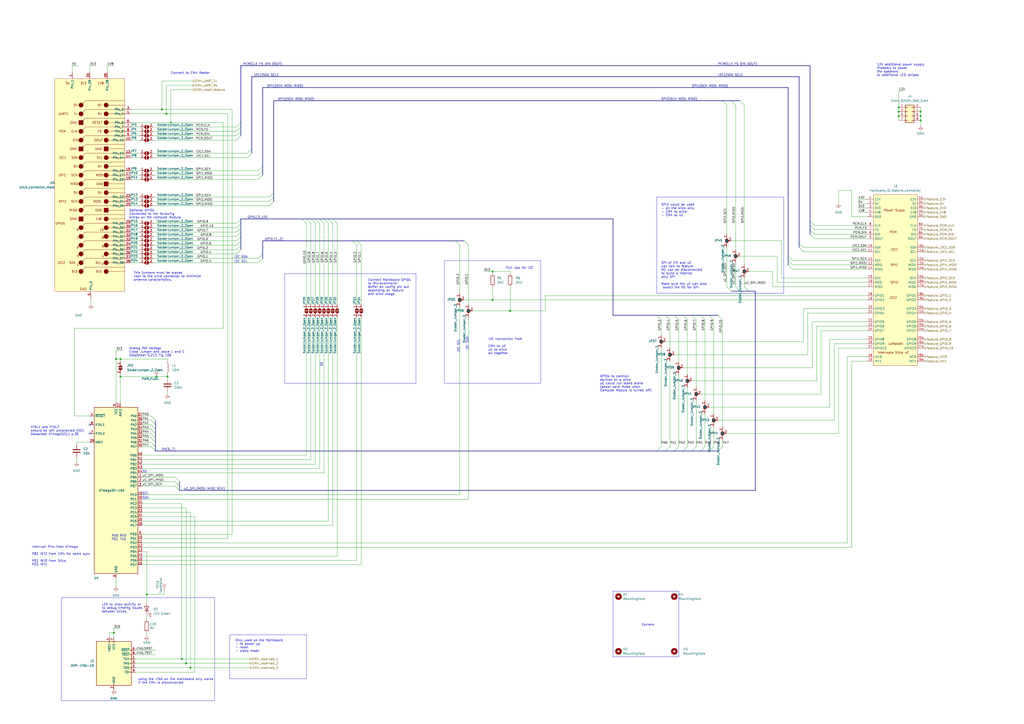
<source format=kicad_sch>
(kicad_sch (version 20230121) (generator eeschema)
  (paper "A2")
  (title_block (title "Hardware ID Config Multiplex") (date "2021-11-23") (rev "v1") (company "SEEMOO") (comment 1 "FreeSpeeker"))
  (junction (at 285.75 157.48))
  (junction (at 285.75 173.99))
  (junction (at 521.335 64.77))
  (junction (at 96.52 66.04))
  (junction (at 69.85 218.44))
  (junction (at 521.335 67.31))
  (junction (at 107.95 384.81))
  (junction (at 105.41 382.27))
  (junction (at 85.09 344.805))
  (junction (at 295.91 180.34))
  (junction (at 110.49 387.35))
  (junction (at 534.035 67.31))
  (junction (at 534.035 64.77))
  (junction (at 93.98 63.5))
  (junction (at 67.31 208.28))
  (junction (at 534.035 69.85))
  (junction (at 90.805 218.44))
  (junction (at 521.335 62.23))
  (junction (at 97.155 218.44))
  (junction (at 99.06 71.12))
  (junction (at 69.85 208.28))
  (junction (at 66.04 367.03))
  (no_connect (at 52.07 246.38))
  (no_connect (at 52.07 251.46))
  (bus_entry (at 269.24 139.7) (size 2.54 2.54))
  (bus_entry (at 90.17 243.84) (size -2.54 -2.54))
  (bus_entry (at 149.86 99.06) (size 2.54 -2.54))
  (bus_entry (at 396.24 182.88) (size 2.54 2.54))
  (bus_entry (at 185.42 127) (size 2.54 2.54))
  (bus_entry (at 87.63 246.38) (size 2.54 2.54))
  (bus_entry (at 87.63 248.92) (size 2.54 2.54))
  (bus_entry (at 87.63 251.46) (size 2.54 2.54))
  (bus_entry (at 87.63 254) (size 2.54 2.54))
  (bus_entry (at 87.63 256.54) (size 2.54 2.54))
  (bus_entry (at 87.63 259.08) (size 2.54 2.54))
  (bus_entry (at 175.26 127) (size 2.54 2.54))
  (bus_entry (at 143.51 88.9) (size 2.54 -2.54))
  (bus_entry (at 137.16 134.62) (size 2.54 -2.54))
  (bus_entry (at 137.16 132.08) (size 2.54 -2.54))
  (bus_entry (at 137.16 129.54) (size 2.54 -2.54))
  (bus_entry (at 137.16 142.24) (size 2.54 -2.54))
  (bus_entry (at 137.16 139.7) (size 2.54 -2.54))
  (bus_entry (at 137.16 137.16) (size 2.54 -2.54))
  (bus_entry (at 156.21 114.3) (size 2.54 -2.54))
  (bus_entry (at 137.16 76.2) (size 2.54 -2.54))
  (bus_entry (at 182.88 127) (size 2.54 2.54))
  (bus_entry (at 457.2 153.67) (size 2.54 2.54))
  (bus_entry (at 137.16 81.28) (size 2.54 -2.54))
  (bus_entry (at 137.16 73.66) (size 2.54 -2.54))
  (bus_entry (at 457.2 151.13) (size 2.54 2.54))
  (bus_entry (at 434.34 168.91) (size -2.54 -2.54))
  (bus_entry (at 401.32 261.62) (size 2.54 -2.54))
  (bus_entry (at 90.17 246.38) (size -2.54 -2.54))
  (bus_entry (at 187.96 127) (size 2.54 2.54))
  (bus_entry (at 429.26 58.42) (size 2.54 2.54))
  (bus_entry (at 156.21 116.84) (size 2.54 -2.54))
  (bus_entry (at 469.9 135.89) (size 2.54 2.54))
  (bus_entry (at 396.24 261.62) (size 2.54 -2.54))
  (bus_entry (at 457.2 148.59) (size 2.54 2.54))
  (bus_entry (at 264.16 139.7) (size 2.54 2.54))
  (bus_entry (at 401.32 182.88) (size 2.54 2.54))
  (bus_entry (at 419.1 58.42) (size 2.54 2.54))
  (bus_entry (at 137.16 78.74) (size 2.54 -2.54))
  (bus_entry (at 469.9 128.27) (size 2.54 2.54))
  (bus_entry (at 193.04 127) (size 2.54 2.54))
  (bus_entry (at 177.8 127) (size 2.54 2.54))
  (bus_entry (at 429.26 168.91) (size -2.54 -2.54))
  (bus_entry (at 180.34 127) (size 2.54 2.54))
  (bus_entry (at 424.18 168.91) (size -2.54 -2.54))
  (bus_entry (at 416.56 261.62) (size 2.54 -2.54))
  (bus_entry (at 104.14 279.4) (size -2.54 -2.54))
  (bus_entry (at 156.21 119.38) (size 2.54 -2.54))
  (bus_entry (at 149.86 101.6) (size 2.54 -2.54))
  (bus_entry (at 424.18 58.42) (size 2.54 2.54))
  (bus_entry (at 386.08 182.88) (size 2.54 2.54))
  (bus_entry (at 469.9 130.81) (size 2.54 2.54))
  (bus_entry (at 411.48 182.88) (size 2.54 2.54))
  (bus_entry (at 143.51 91.44) (size 2.54 -2.54))
  (bus_entry (at 406.4 261.62) (size 2.54 -2.54))
  (bus_entry (at 104.14 284.48) (size -2.54 -2.54))
  (bus_entry (at 381 261.62) (size 2.54 -2.54))
  (bus_entry (at 149.86 149.86) (size 2.54 -2.54))
  (bus_entry (at 149.86 152.4) (size 2.54 -2.54))
  (bus_entry (at 137.16 144.78) (size 2.54 -2.54))
  (bus_entry (at 137.16 147.32) (size 2.54 -2.54))
  (bus_entry (at 411.48 261.62) (size 2.54 -2.54))
  (bus_entry (at 149.86 104.14) (size 2.54 -2.54))
  (bus_entry (at 381 182.88) (size 2.54 2.54))
  (bus_entry (at 204.47 139.7) (size 2.54 2.54))
  (bus_entry (at 406.4 182.88) (size 2.54 2.54))
  (bus_entry (at 469.9 133.35) (size 2.54 2.54))
  (bus_entry (at 386.08 261.62) (size 2.54 -2.54))
  (bus_entry (at 104.14 281.94) (size -2.54 -2.54))
  (bus_entry (at 391.16 182.88) (size 2.54 2.54))
  (bus_entry (at 391.16 261.62) (size 2.54 -2.54))
  (bus_entry (at 463.55 140.97) (size 2.54 2.54))
  (bus_entry (at 207.01 139.7) (size 2.54 2.54))
  (bus_entry (at 463.55 143.51) (size 2.54 2.54))
  (bus_entry (at 416.56 182.88) (size 2.54 2.54))
  (bus_entry (at 190.5 127) (size 2.54 2.54))
  (wire (pts (xy 82.55 320.04) (xy 85.09 320.04)))
  (wire (pts (xy 85.09 320.04) (xy 85.09 344.805)))
  (wire (pts (xy 66.04 367.03) (xy 66.04 369.57)))
  (wire (pts (xy 421.64 60.96) (xy 421.64 135.89)))
  (bus (pts (xy 146.05 44.45) (xy 146.05 86.36)))
  (bus (pts (xy 146.05 44.45) (xy 463.55 44.45)))
  (wire (pts (xy 431.8 60.96) (xy 431.8 153.67)))
  (wire (pts (xy 88.9 81.28) (xy 137.16 81.28)))
  (wire (pts (xy 266.7 177.8) (xy 266.7 287.02)))
  (wire (pts (xy 76.2 81.28) (xy 81.28 81.28)))
  (wire (pts (xy 386.08 198.12) (xy 466.09 198.12)))
  (wire (pts (xy 95.25 344.805) (xy 85.09 344.805)))
  (bus (pts (xy 90.17 256.54) (xy 90.17 259.08)))
  (wire (pts (xy 82.55 259.08) (xy 87.63 259.08)))
  (bus (pts (xy 190.5 127) (xy 193.04 127)))
  (wire (pts (xy 190.5 129.54) (xy 190.5 176.53)))
  (wire (pts (xy 82.55 289.56) (xy 271.78 289.56)))
  (wire (pts (xy 285.75 173.99) (xy 502.92 173.99)))
  (wire (pts (xy 481.33 196.85) (xy 502.92 196.85)))
  (bus (pts (xy 90.17 246.38) (xy 90.17 248.92)))
  (wire (pts (xy 193.04 184.15) (xy 193.04 304.8)))
  (wire (pts (xy 88.9 142.24) (xy 137.16 142.24)))
  (wire (pts (xy 502.92 166.37) (xy 448.31 166.37)))
  (wire (pts (xy 88.9 88.9) (xy 143.51 88.9)))
  (wire (pts (xy 67.31 208.28) (xy 67.31 233.68)))
  (wire (pts (xy 534.035 62.23) (xy 534.035 64.77)))
  (bus (pts (xy 158.75 58.42) (xy 158.75 111.76)))
  (wire (pts (xy 502.92 199.39) (xy 483.87 199.39)))
  (bus (pts (xy 434.34 168.91) (xy 438.15 168.91)))
  (wire (pts (xy 187.96 129.54) (xy 187.96 176.53)))
  (wire (pts (xy 295.91 180.34) (xy 316.23 180.34)))
  (wire (pts (xy 88.9 76.2) (xy 137.16 76.2)))
  (wire (pts (xy 76.2 152.4) (xy 81.28 152.4)))
  (wire (pts (xy 69.85 218.44) (xy 69.85 233.68)))
  (wire (pts (xy 69.85 217.17) (xy 69.85 218.44)))
  (bus (pts (xy 104.14 281.94) (xy 104.14 284.48)))
  (bus (pts (xy 429.26 168.91) (xy 434.34 168.91)))
  (wire (pts (xy 78.74 384.81) (xy 107.95 384.81)))
  (wire (pts (xy 88.9 101.6) (xy 149.86 101.6)))
  (polyline (pts (xy 257.81 151.13) (xy 313.69 151.13)))
  (wire (pts (xy 295.91 157.48) (xy 295.91 158.75)))
  (bus (pts (xy 158.75 114.3) (xy 158.75 111.76)))
  (wire (pts (xy 76.2 119.38) (xy 81.28 119.38)))
  (wire (pts (xy 76.2 88.9) (xy 81.28 88.9)))
  (wire (pts (xy 473.71 189.23) (xy 502.92 189.23)))
  (wire (pts (xy 82.55 312.42) (xy 132.08 312.42)))
  (wire (pts (xy 76.2 144.78) (xy 81.28 144.78)))
  (wire (pts (xy 82.55 327.66) (xy 209.55 327.66)))
  (bus (pts (xy 104.14 279.4) (xy 104.14 281.94)))
  (bus (pts (xy 139.7 137.16) (xy 139.7 139.7)))
  (wire (pts (xy 486.41 201.93) (xy 486.41 251.46)))
  (polyline (pts (xy 133.35 393.7) (xy 177.8 393.7)))
  (wire (pts (xy 76.2 139.7) (xy 81.28 139.7)))
  (wire (pts (xy 414.02 247.65) (xy 414.02 259.08)))
  (wire (pts (xy 316.23 171.45) (xy 502.92 171.45)))
  (wire (pts (xy 111.76 49.53) (xy 96.52 49.53)))
  (wire (pts (xy 62.23 38.1) (xy 66.04 38.1)))
  (wire (pts (xy 393.7 217.17) (xy 393.7 259.08)))
  (bus (pts (xy 264.16 139.7) (xy 269.24 139.7)))
  (wire (pts (xy 110.49 387.35) (xy 144.78 387.35)))
  (wire (pts (xy 271.78 142.24) (xy 271.78 176.53)))
  (wire (pts (xy 207.01 184.15) (xy 207.01 325.12)))
  (polyline (pts (xy 313.69 151.13) (xy 313.69 222.25)))
  (wire (pts (xy 82.55 317.5) (xy 494.03 317.5)))
  (bus (pts (xy 158.75 58.42) (xy 419.1 58.42)))
  (wire (pts (xy 82.55 314.96) (xy 491.49 314.96)))
  (wire (pts (xy 459.74 156.21) (xy 502.92 156.21)))
  (wire (pts (xy 85.09 356.87) (xy 85.09 359.41)))
  (wire (pts (xy 76.2 91.44) (xy 81.28 91.44)))
  (wire (pts (xy 110.49 297.18) (xy 110.49 387.35)))
  (wire (pts (xy 521.335 67.31) (xy 521.335 69.85)))
  (wire (pts (xy 78.74 377.19) (xy 90.17 377.19)))
  (wire (pts (xy 85.09 367.03) (xy 85.09 368.935)))
  (wire (pts (xy 96.52 49.53) (xy 96.52 66.04)))
  (bus (pts (xy 469.9 128.27) (xy 469.9 130.81)))
  (wire (pts (xy 76.2 101.6) (xy 81.28 101.6)))
  (bus (pts (xy 381 182.88) (xy 386.08 182.88)))
  (wire (pts (xy 471.17 186.69) (xy 471.17 213.36)))
  (wire (pts (xy 82.55 292.1) (xy 105.41 292.1)))
  (wire (pts (xy 209.55 142.24) (xy 209.55 176.53)))
  (wire (pts (xy 76.2 132.08) (xy 81.28 132.08)))
  (bus (pts (xy 469.9 38.1) (xy 469.9 128.27)))
  (wire (pts (xy 82.55 302.26) (xy 190.5 302.26)))
  (bus (pts (xy 391.16 261.62) (xy 396.24 261.62)))
  (wire (pts (xy 466.09 143.51) (xy 502.92 143.51)))
  (bus (pts (xy 146.05 86.36) (xy 146.05 88.9)))
  (bus (pts (xy 207.01 139.7) (xy 264.16 139.7)))
  (wire (pts (xy 76.2 142.24) (xy 81.28 142.24)))
  (wire (pts (xy 111.76 46.99) (xy 93.98 46.99)))
  (wire (pts (xy 459.74 153.67) (xy 502.92 153.67)))
  (wire (pts (xy 411.48 236.22) (xy 481.33 236.22)))
  (bus (pts (xy 457.2 151.13) (xy 457.2 153.67)))
  (wire (pts (xy 534.035 64.77) (xy 534.035 67.31)))
  (bus (pts (xy 139.7 139.7) (xy 139.7 142.24)))
  (wire (pts (xy 195.58 322.58) (xy 195.58 184.15)))
  (wire (pts (xy 401.32 220.98) (xy 473.71 220.98)))
  (wire (pts (xy 97.155 227.33) (xy 97.155 228.6)))
  (bus (pts (xy 158.75 116.84) (xy 158.75 114.3)))
  (wire (pts (xy 502.92 201.93) (xy 486.41 201.93)))
  (wire (pts (xy 78.74 389.89) (xy 113.03 389.89)))
  (wire (pts (xy 82.55 281.94) (xy 101.6 281.94)))
  (bus (pts (xy 152.4 149.86) (xy 152.4 147.32)))
  (wire (pts (xy 88.9 134.62) (xy 137.16 134.62)))
  (polyline (pts (xy 35.56 346.71) (xy 35.56 406.4)))
  (polyline (pts (xy 124.46 406.4) (xy 124.46 346.71)))
  (polyline (pts (xy 35.56 406.4) (xy 124.46 406.4)))
  (polyline (pts (xy 35.56 346.71) (xy 124.46 346.71)))
  (wire (pts (xy 193.04 304.8) (xy 82.55 304.8)))
  (wire (pts (xy 44.45 265.43) (xy 44.45 267.97)))
  (bus (pts (xy 438.15 168.91) (xy 438.15 284.48)))
  (wire (pts (xy 180.34 266.7) (xy 180.34 184.15)))
  (wire (pts (xy 88.9 116.84) (xy 156.21 116.84)))
  (bus (pts (xy 457.2 50.8) (xy 457.2 148.59)))
  (wire (pts (xy 82.55 299.72) (xy 113.03 299.72)))
  (wire (pts (xy 129.54 190.5) (xy 43.18 190.5)))
  (wire (pts (xy 43.18 190.5) (xy 43.18 241.3)))
  (wire (pts (xy 43.18 241.3) (xy 52.07 241.3)))
  (wire (pts (xy 129.54 71.12) (xy 129.54 190.5)))
  (wire (pts (xy 95.25 342.9) (xy 95.25 344.805)))
  (wire (pts (xy 450.85 163.83) (xy 450.85 148.59)))
  (bus (pts (xy 401.32 261.62) (xy 406.4 261.62)))
  (wire (pts (xy 82.55 274.32) (xy 187.96 274.32)))
  (wire (pts (xy 52.705 172.72) (xy 52.705 176.53)))
  (wire (pts (xy 419.1 185.42) (xy 419.1 247.65)))
  (wire (pts (xy 76.2 116.84) (xy 81.28 116.84)))
  (wire (pts (xy 193.04 129.54) (xy 193.04 176.53)))
  (wire (pts (xy 466.09 146.05) (xy 502.92 146.05)))
  (bus (pts (xy 182.88 127) (xy 185.42 127)))
  (wire (pts (xy 497.84 120.65) (xy 502.92 120.65)))
  (wire (pts (xy 88.9 78.74) (xy 137.16 78.74)))
  (wire (pts (xy 398.78 224.79) (xy 398.78 259.08)))
  (wire (pts (xy 82.55 322.58) (xy 195.58 322.58)))
  (wire (pts (xy 96.52 66.04) (xy 132.08 66.04)))
  (bus (pts (xy 424.18 58.42) (xy 429.26 58.42)))
  (wire (pts (xy 69.85 208.28) (xy 97.155 208.28)))
  (wire (pts (xy 67.31 208.28) (xy 69.85 208.28)))
  (wire (pts (xy 185.42 129.54) (xy 185.42 176.53)))
  (wire (pts (xy 76.2 78.74) (xy 81.28 78.74)))
  (bus (pts (xy 90.17 248.92) (xy 90.17 251.46)))
  (wire (pts (xy 383.54 185.42) (xy 383.54 194.31)))
  (bus (pts (xy 463.55 140.97) (xy 463.55 143.51)))
  (wire (pts (xy 448.31 166.37) (xy 448.31 157.48)))
  (wire (pts (xy 431.8 161.29) (xy 431.8 166.37)))
  (wire (pts (xy 494.03 209.55) (xy 494.03 317.5)))
  (bus (pts (xy 386.08 182.88) (xy 391.16 182.88)))
  (wire (pts (xy 521.335 62.23) (xy 521.335 64.77)))
  (wire (pts (xy 468.63 205.74) (xy 468.63 181.61)))
  (wire (pts (xy 502.92 125.73) (xy 494.03 125.73)))
  (wire (pts (xy 403.86 185.42) (xy 403.86 224.79)))
  (wire (pts (xy 76.2 71.12) (xy 99.06 71.12)))
  (wire (pts (xy 408.94 240.03) (xy 408.94 259.08)))
  (polyline (pts (xy 381 114.3) (xy 454.66 114.3)))
  (wire (pts (xy 472.44 138.43) (xy 502.92 138.43)))
  (wire (pts (xy 82.55 241.3) (xy 87.63 241.3)))
  (wire (pts (xy 76.2 134.62) (xy 81.28 134.62)))
  (wire (pts (xy 134.62 63.5) (xy 134.62 309.88)))
  (wire (pts (xy 502.92 186.69) (xy 471.17 186.69)))
  (bus (pts (xy 419.1 58.42) (xy 424.18 58.42)))
  (wire (pts (xy 93.98 46.99) (xy 93.98 63.5)))
  (bus (pts (xy 180.34 127) (xy 182.88 127)))
  (wire (pts (xy 76.2 149.86) (xy 81.28 149.86)))
  (bus (pts (xy 104.14 284.48) (xy 438.15 284.48)))
  (wire (pts (xy 44.45 256.54) (xy 44.45 257.81)))
  (wire (pts (xy 534.035 69.85) (xy 534.035 73.025)))
  (wire (pts (xy 285.75 157.48) (xy 295.91 157.48)))
  (wire (pts (xy 69.85 208.28) (xy 69.85 209.55)))
  (wire (pts (xy 111.76 52.07) (xy 99.06 52.07)))
  (wire (pts (xy 76.2 73.66) (xy 81.28 73.66)))
  (wire (pts (xy 88.9 152.4) (xy 149.86 152.4)))
  (wire (pts (xy 82.55 294.64) (xy 107.95 294.64)))
  (wire (pts (xy 521.335 64.77) (xy 521.335 67.31)))
  (bus (pts (xy 139.7 38.1) (xy 469.9 38.1)))
  (bus (pts (xy 139.7 38.1) (xy 139.7 71.12)))
  (bus (pts (xy 139.7 71.12) (xy 139.7 73.66)))
  (bus (pts (xy 381 261.62) (xy 386.08 261.62)))
  (bus (pts (xy 406.4 261.62) (xy 411.48 261.62)))
  (wire (pts (xy 52.07 256.54) (xy 44.45 256.54)))
  (wire (pts (xy 403.86 232.41) (xy 403.86 259.08)))
  (wire (pts (xy 63.5 369.57) (xy 63.5 367.03)))
  (wire (pts (xy 426.72 60.96) (xy 426.72 144.78)))
  (wire (pts (xy 421.64 251.46) (xy 486.41 251.46)))
  (wire (pts (xy 88.9 139.7) (xy 137.16 139.7)))
  (bus (pts (xy 401.32 182.88) (xy 406.4 182.88)))
  (wire (pts (xy 473.71 220.98) (xy 473.71 189.23)))
  (bus (pts (xy 204.47 139.7) (xy 207.01 139.7)))
  (bus (pts (xy 152.4 50.8) (xy 152.4 96.52)))
  (wire (pts (xy 82.55 276.86) (xy 101.6 276.86)))
  (wire (pts (xy 76.2 114.3) (xy 81.28 114.3)))
  (wire (pts (xy 266.7 142.24) (xy 266.7 170.18)))
  (wire (pts (xy 316.23 171.45) (xy 316.23 180.34)))
  (wire (pts (xy 76.2 63.5) (xy 93.98 63.5)))
  (wire (pts (xy 476.25 228.6) (xy 406.4 228.6)))
  (wire (pts (xy 66.04 364.49) (xy 69.85 364.49)))
  (wire (pts (xy 285.75 166.37) (xy 285.75 173.99)))
  (polyline (pts (xy 454.66 170.18) (xy 454.66 114.3)))
  (wire (pts (xy 41.91 38.1) (xy 45.72 38.1)))
  (bus (pts (xy 139.7 76.2) (xy 139.7 73.66)))
  (wire (pts (xy 62.23 38.1) (xy 62.23 41.91)))
  (wire (pts (xy 481.33 236.22) (xy 481.33 196.85)))
  (wire (pts (xy 82.55 254) (xy 87.63 254)))
  (bus (pts (xy 386.08 261.62) (xy 391.16 261.62)))
  (wire (pts (xy 88.9 147.32) (xy 137.16 147.32)))
  (wire (pts (xy 52.07 38.1) (xy 55.88 38.1)))
  (wire (pts (xy 99.06 52.07) (xy 99.06 71.12)))
  (wire (pts (xy 97.155 218.44) (xy 97.155 219.71)))
  (wire (pts (xy 97.155 217.17) (xy 97.155 218.44)))
  (bus (pts (xy 152.4 99.06) (xy 152.4 101.6)))
  (wire (pts (xy 472.44 135.89) (xy 502.92 135.89)))
  (wire (pts (xy 466.09 179.07) (xy 502.92 179.07)))
  (bus (pts (xy 396.24 182.88) (xy 401.32 182.88)))
  (bus (pts (xy 406.4 182.88) (xy 411.48 182.88)))
  (wire (pts (xy 82.55 256.54) (xy 87.63 256.54)))
  (wire (pts (xy 398.78 185.42) (xy 398.78 217.17)))
  (wire (pts (xy 483.87 243.84) (xy 416.56 243.84)))
  (wire (pts (xy 107.95 384.81) (xy 107.95 294.64)))
  (polyline (pts (xy 355.6 342.9) (xy 393.7 342.9)))
  (wire (pts (xy 471.17 213.36) (xy 396.24 213.36)))
  (wire (pts (xy 419.1 255.27) (xy 419.1 259.08)))
  (bus (pts (xy 424.18 168.91) (xy 429.26 168.91)))
  (wire (pts (xy 88.9 114.3) (xy 156.21 114.3)))
  (wire (pts (xy 408.94 185.42) (xy 408.94 232.41)))
  (bus (pts (xy 175.26 127) (xy 139.7 127)))
  (wire (pts (xy 78.74 382.27) (xy 105.41 382.27)))
  (wire (pts (xy 271.78 184.15) (xy 271.78 289.56)))
  (bus (pts (xy 139.7 134.62) (xy 139.7 137.16)))
  (wire (pts (xy 486.41 110.49) (xy 486.41 118.11)))
  (wire (pts (xy 88.9 104.14) (xy 149.86 104.14)))
  (wire (pts (xy 63.5 367.03) (xy 66.04 367.03)))
  (wire (pts (xy 472.44 133.35) (xy 502.92 133.35)))
  (wire (pts (xy 393.7 185.42) (xy 393.7 209.55)))
  (wire (pts (xy 76.2 104.14) (xy 81.28 104.14)))
  (wire (pts (xy 483.87 199.39) (xy 483.87 243.84)))
  (wire (pts (xy 67.31 203.2) (xy 67.31 208.28)))
  (wire (pts (xy 88.9 73.66) (xy 137.16 73.66)))
  (wire (pts (xy 190.5 184.15) (xy 190.5 302.26)))
  (wire (pts (xy 76.2 66.04) (xy 96.52 66.04)))
  (wire (pts (xy 453.39 139.7) (xy 453.39 161.29)))
  (wire (pts (xy 466.09 198.12) (xy 466.09 179.07)))
  (wire (pts (xy 78.74 387.35) (xy 110.49 387.35)))
  (wire (pts (xy 207.01 325.12) (xy 82.55 325.12)))
  (polyline (pts (xy 355.6 381) (xy 393.7 381)))
  (polyline (pts (xy 257.81 151.13) (xy 257.81 222.25)))
  (bus (pts (xy 90.17 261.62) (xy 381 261.62)))
  (wire (pts (xy 82.55 279.4) (xy 101.6 279.4)))
  (wire (pts (xy 459.74 151.13) (xy 502.92 151.13)))
  (wire (pts (xy 76.2 137.16) (xy 81.28 137.16)))
  (bus (pts (xy 152.4 139.7) (xy 204.47 139.7)))
  (wire (pts (xy 76.2 147.32) (xy 81.28 147.32)))
  (wire (pts (xy 88.9 144.78) (xy 137.16 144.78)))
  (wire (pts (xy 67.31 203.2) (xy 71.12 203.2)))
  (wire (pts (xy 99.06 71.12) (xy 129.54 71.12)))
  (wire (pts (xy 180.34 129.54) (xy 180.34 176.53)))
  (wire (pts (xy 41.91 38.1) (xy 41.91 41.91)))
  (wire (pts (xy 476.25 191.77) (xy 476.25 228.6)))
  (wire (pts (xy 472.44 130.81) (xy 502.92 130.81)))
  (wire (pts (xy 78.74 379.73) (xy 90.17 379.73)))
  (wire (pts (xy 497.84 123.19) (xy 502.92 123.19)))
  (bus (pts (xy 185.42 127) (xy 187.96 127)))
  (wire (pts (xy 88.9 99.06) (xy 149.86 99.06)))
  (wire (pts (xy 421.64 143.51) (xy 421.64 166.37)))
  (wire (pts (xy 82.55 287.02) (xy 266.7 287.02)))
  (wire (pts (xy 414.02 185.42) (xy 414.02 240.03)))
  (bus (pts (xy 90.17 243.84) (xy 90.17 246.38)))
  (wire (pts (xy 97.155 208.28) (xy 97.155 209.55)))
  (bus (pts (xy 90.17 254) (xy 90.17 256.54)))
  (bus (pts (xy 469.9 130.81) (xy 469.9 133.35)))
  (wire (pts (xy 521.335 52.705) (xy 521.335 62.23)))
  (wire (pts (xy 82.55 248.92) (xy 87.63 248.92)))
  (polyline (pts (xy 133.35 368.3) (xy 133.35 393.7)))
  (wire (pts (xy 209.55 184.15) (xy 209.55 327.66)))
  (wire (pts (xy 502.92 191.77) (xy 476.25 191.77)))
  (bus (pts (xy 463.55 44.45) (xy 463.55 140.97)))
  (wire (pts (xy 383.54 201.93) (xy 383.54 259.08)))
  (wire (pts (xy 494.03 110.49) (xy 486.41 110.49)))
  (wire (pts (xy 88.9 119.38) (xy 156.21 119.38)))
  (wire (pts (xy 93.98 63.5) (xy 134.62 63.5)))
  (wire (pts (xy 285.75 158.75) (xy 285.75 157.48)))
  (wire (pts (xy 82.55 309.88) (xy 134.62 309.88)))
  (wire (pts (xy 76.2 99.06) (xy 81.28 99.06)))
  (wire (pts (xy 88.9 132.08) (xy 137.16 132.08)))
  (polyline (pts (xy 165.1 158.75) (xy 241.3 158.75)))
  (polyline (pts (xy 241.3 158.75) (xy 241.3 222.25)))
  (polyline (pts (xy 241.3 222.25) (xy 165.1 222.25)))
  (polyline (pts (xy 165.1 158.75) (xy 165.1 222.25)))
  (wire (pts (xy 450.85 148.59) (xy 429.26 148.59)))
  (wire (pts (xy 82.55 266.7) (xy 180.34 266.7)))
  (wire (pts (xy 185.42 184.15) (xy 185.42 271.78)))
  (wire (pts (xy 274.32 180.34) (xy 295.91 180.34)))
  (wire (pts (xy 132.08 66.04) (xy 132.08 312.42)))
  (bus (pts (xy 469.9 133.35) (xy 469.9 135.89)))
  (wire (pts (xy 269.24 173.99) (xy 285.75 173.99)))
  (wire (pts (xy 88.9 137.16) (xy 137.16 137.16)))
  (polyline (pts (xy 177.8 393.7) (xy 177.8 368.3)))
  (wire (pts (xy 82.55 297.18) (xy 110.49 297.18)))
  (wire (pts (xy 82.55 243.84) (xy 87.63 243.84)))
  (bus (pts (xy 139.7 76.2) (xy 139.7 78.74)))
  (wire (pts (xy 426.72 152.4) (xy 426.72 166.37)))
  (wire (pts (xy 182.88 129.54) (xy 182.88 176.53)))
  (wire (pts (xy 105.41 292.1) (xy 105.41 382.27)))
  (wire (pts (xy 82.55 251.46) (xy 87.63 251.46)))
  (polyline (pts (xy 381 170.18) (xy 454.66 170.18)))
  (wire (pts (xy 448.31 157.48) (xy 434.34 157.48)))
  (wire (pts (xy 534.035 67.31) (xy 534.035 69.85)))
  (wire (pts (xy 424.18 139.7) (xy 453.39 139.7)))
  (polyline (pts (xy 381 114.3) (xy 381 170.18)))
  (wire (pts (xy 182.88 269.24) (xy 182.88 184.15)))
  (wire (pts (xy 67.31 335.28) (xy 67.31 340.36)))
  (wire (pts (xy 88.9 91.44) (xy 143.51 91.44)))
  (polyline (pts (xy 393.7 381) (xy 393.7 342.9)))
  (bus (pts (xy 193.04 127) (xy 355.6 127)))
  (bus (pts (xy 152.4 147.32) (xy 152.4 139.7)))
  (wire (pts (xy 494.03 125.73) (xy 494.03 110.49)))
  (bus (pts (xy 411.48 182.88) (xy 416.56 182.88)))
  (wire (pts (xy 177.8 184.15) (xy 177.8 264.16)))
  (wire (pts (xy 453.39 161.29) (xy 502.92 161.29)))
  (wire (pts (xy 113.03 389.89) (xy 113.03 299.72)))
  (bus (pts (xy 152.4 50.8) (xy 457.2 50.8)))
  (wire (pts (xy 82.55 246.38) (xy 87.63 246.38)))
  (polyline (pts (xy 257.81 222.25) (xy 313.69 222.25)))
  (wire (pts (xy 491.49 314.96) (xy 491.49 207.01)))
  (polyline (pts (xy 133.35 368.3) (xy 177.8 368.3)))
  (bus (pts (xy 139.7 129.54) (xy 139.7 132.08)))
  (wire (pts (xy 177.8 264.16) (xy 82.55 264.16)))
  (bus (pts (xy 139.7 142.24) (xy 139.7 144.78)))
  (bus (pts (xy 152.4 96.52) (xy 152.4 99.06)))
  (wire (pts (xy 88.9 129.54) (xy 137.16 129.54)))
  (bus (pts (xy 457.2 148.59) (xy 457.2 151.13)))
  (bus (pts (xy 175.26 127) (xy 177.8 127)))
  (bus (pts (xy 396.24 261.62) (xy 401.32 261.62)))
  (bus (pts (xy 90.17 251.46) (xy 90.17 254)))
  (bus (pts (xy 90.17 259.08) (xy 90.17 261.62)))
  (wire (pts (xy 76.2 76.2) (xy 81.28 76.2)))
  (wire (pts (xy 76.2 129.54) (xy 81.28 129.54)))
  (wire (pts (xy 497.84 118.11) (xy 502.92 118.11)))
  (wire (pts (xy 82.55 269.24) (xy 182.88 269.24)))
  (wire (pts (xy 388.62 185.42) (xy 388.62 201.93)))
  (wire (pts (xy 105.41 382.27) (xy 144.78 382.27)))
  (bus (pts (xy 187.96 127) (xy 190.5 127)))
  (bus (pts (xy 355.6 127) (xy 355.6 182.88)))
  (wire (pts (xy 295.91 166.37) (xy 295.91 180.34)))
  (wire (pts (xy 468.63 181.61) (xy 502.92 181.61)))
  (wire (pts (xy 52.07 38.1) (xy 52.07 41.91)))
  (wire (pts (xy 491.49 207.01) (xy 502.92 207.01)))
  (wire (pts (xy 391.16 205.74) (xy 468.63 205.74)))
  (bus (pts (xy 139.7 132.08) (xy 139.7 134.62)))
  (wire (pts (xy 280.67 157.48) (xy 285.75 157.48)))
  (bus (pts (xy 411.48 261.62) (xy 416.56 261.62)))
  (wire (pts (xy 88.9 149.86) (xy 149.86 149.86)))
  (wire (pts (xy 69.85 218.44) (xy 90.805 218.44)))
  (wire (pts (xy 90.805 218.44) (xy 97.155 218.44)))
  (wire (pts (xy 195.58 129.54) (xy 195.58 176.53)))
  (bus (pts (xy 391.16 182.88) (xy 396.24 182.88)))
  (wire (pts (xy 207.01 142.24) (xy 207.01 176.53)))
  (wire (pts (xy 177.8 129.54) (xy 177.8 176.53)))
  (wire (pts (xy 66.04 364.49) (xy 66.04 367.03)))
  (wire (pts (xy 107.95 384.81) (xy 144.78 384.81)))
  (wire (pts (xy 524.51 52.705) (xy 521.335 52.705)))
  (polyline (pts (xy 355.6 342.9) (xy 355.6 381)))
  (wire (pts (xy 502.92 163.83) (xy 450.85 163.83)))
  (wire (pts (xy 187.96 274.32) (xy 187.96 184.15)))
  (wire (pts (xy 185.42 271.78) (xy 82.55 271.78)))
  (bus (pts (xy 139.7 127) (xy 139.7 129.54)))
  (wire (pts (xy 85.09 344.805) (xy 85.09 349.25)))
  (bus (pts (xy 177.8 127) (xy 180.34 127)))
  (bus (pts (xy 355.6 182.88) (xy 381 182.88)))
  (wire (pts (xy 497.84 115.57) (xy 502.92 115.57)))
  (wire (pts (xy 388.62 209.55) (xy 388.62 259.08)))
  (wire (pts (xy 502.92 209.55) (xy 494.03 209.55)))
  (text "LED to show activity or \nto debug timeing issues\nbetween slices." (at 59.055 355.6 0) (effects (font (size 1.27 1.27)) (justify left bottom)))
  (text "SS" (at 187.325 212.725 90) (effects (font (size 1.27 1.27)) (justify left bottom)))
  (text "Analog Ref Voltage\nClose Jumper and leave L and C\nDataSheet S.213 Fig 106" (at 74.93 207.01 0) (effects (font (size 1.27 1.27)) (justify left bottom)))
  (text "Pull Ups for I2C\n" (at 293.37 156.21 0) (effects (font (size 1.27 1.27)) (justify left bottom)))
  (text "SPI of CM and uC\ncan talk to feature\nMC can be disconnected\nto build a internal\nonly SPI\n\nMake sure the uC can also\n select the SS for SPI" (at 383.54 167.64 0) (effects (font (size 1.27 1.27)) (justify left bottom)))
  (text "Optional GPIOs\nConnected to the following \nextras on the compute module" (at 74.93 127 0) (effects (font (size 1.27 1.27)) (justify left bottom)))
  (text "I2C SCL" (at 266.7 204.47 90) (effects (font (size 1.27 1.27)) (justify left bottom)))
  (text "12V additional power supply\nProbably to power \nthe speakers\nor additional LED stripes\n" (at 508.635 44.45 0) (effects (font (size 1.27 1.27)) (justify left bottom)))
  (text "SCL" (at 82.55 287.02 0) (effects (font (size 1.27 1.27)) (justify left bottom)))
  (text "Only used on the Mainboard\n- to power up \n- reset\n- sleep mode\n" (at 136.525 378.46 0) (effects (font (size 1.27 1.27)) (justify left bottom)))
  (text "Corners" (at 372.11 363.22 0) (effects (font (size 1.27 1.27)) (justify left bottom)))
  (text "PD0 RXD\nPD1 TXD\n" (at 64.77 313.69 0) (effects (font (size 1.27 1.27)) (justify left bottom)))
  (text "This jumpers must be placed\nnear to the slice connector to minimize\nantenna caracteristics." (at 77.47 163.195 0) (effects (font (size 1.27 1.27)) (justify left bottom)))
  (text "GPIOs to controll\ndevices on a slice\nuC could run stand alone\n(power save mode when\nCompute Module is turned off)" (at 347.98 227.33 0) (effects (font (size 1.27 1.27)) (justify left bottom)))
  (text "SS" (at 82.55 274.32 0) (effects (font (size 1.27 1.27)) (justify left bottom)))
  (text "I2C SCL" (at 135.89 152.4 0) (effects (font (size 1.27 1.27)) (justify left bottom)))
  (text "I2C SDA" (at 271.78 203.2 90) (effects (font (size 1.27 1.27)) (justify left bottom)))
  (text "Connect to CM4 Master" (at 99.06 43.18 0) (effects (font (size 1.27 1.27)) (justify left bottom)))
  (text "Interrupt Pins from ATmega \n\nPB2 INT2 from CM4 for some sync\n\nPD2 INT0 from Slice\nPD3 INT1" (at 18.415 328.295 0) (effects (font (size 1.27 1.27)) (justify left bottom)))
  (text "using the JTAG on the mainboard only works\nif the CM4 is disconnected\n" (at 80.01 396.875 0) (effects (font (size 1.27 1.27)) (justify left bottom)))
  (text "XTAL1 and XTAL2\nshould be left unconected (NC)\nDatasheet ATmege32(L) p.30" (at 17.78 252.73 0) (effects (font (size 1.27 1.27)) (justify left bottom)))
  (text "I2C SDA" (at 135.89 149.86 0) (effects (font (size 1.27 1.27)) (justify left bottom)))
  (text "SDA" (at 82.55 289.56 0) (effects (font (size 1.27 1.27)) (justify left bottom)))
  (text "SPI2 could be used \n- on the slice only\n- CM4 to slice\n- CM4 to uC" (at 383.54 125.73 0) (effects (font (size 1.27 1.27)) (justify left bottom)))
  (text "I2C connection from\n\nCM4 to uC\nuC to slice\nall together\n" (at 283.21 205.74 0) (effects (font (size 1.27 1.27)) (justify left bottom)))
  (text "Connect Mainboard GPIOs \nto Microcontroller\nBuffer an config pin out \ndepending on feature\nand slice usage" (at 213.36 171.45 0) (effects (font (size 1.27 1.27)) (justify left bottom)))
  (label "JTAG.TRST" (at 78.74 379.73 0))
  (label "3V3" (at 52.07 38.1 0))
  (label "PA6" (at 82.55 256.54 0))
  (label "PA[0..7]" (at 93.98 261.62 0))
  (label "SPI2.SCK" (at 113.665 114.3 0))
  (label "PCM.DOUT" (at 502.92 138.43 180))
  (label "SPI1{SCK MOSI MISO}" (at 154.94 50.8 0))
  (label "SPI1{SCK MOSI MISO}" (at 401.32 50.8 0))
  (label "1V8" (at 62.23 38.1 0))
  (label "PCM.CLK" (at 502.92 130.81 180))
  (label "PCM.DIN" (at 502.92 135.89 180))
  (label "PCM.FS" (at 502.92 133.35 180))
  (label "PA4" (at 82.55 251.46 0))
  (label "GPIO.10" (at 177.8 153.035 90))
  (label "GPIO.6" (at 187.96 152.4 90))
  (label "PCM.DIN" (at 113.665 78.74 0))
  (label "5V" (at 41.91 38.1 0))
  (label "uC_SPI..MOSI" (at 82.55 276.86 0))
  (label "GPIO.2" (at 266.7 165.1 90))
  (label "GPIO.1" (at 209.55 152.4 90))
  (label "GPIO.4" (at 116.205 147.32 0))
  (label "JTAG.SRST" (at 78.74 377.19 0))
  (label "I2C1.SDA" (at 502.92 143.51 180))
  (label "SPI2.MOSI" (at 431.8 129.54 90))
  (label "SPI1.MISO" (at 113.665 104.14 0))
  (label "GPIO.2" (at 207.01 152.4 90))
  (label "PCM.FS" (at 113.665 76.2 0))
  (label "PCM.CLK" (at 113.665 73.66 0))
  (label "PA5" (at 408.94 257.81 0))
  (label "12V" (at 497.84 115.57 0))
  (label "GPIO.9" (at 180.34 152.4 90))
  (label "3V3" (at 280.67 157.48 0))
  (label "PA6" (at 414.02 257.81 0))
  (label "PCM{CLK FS DIN DOUT}" (at 416.56 38.1 0))
  (label "PA7" (at 82.55 259.08 0))
  (label "SPI2{SCK MOSI MISO}" (at 161.29 58.42 0))
  (label "5V" (at 497.84 118.11 0))
  (label "PA4" (at 403.86 257.81 0))
  (label "GPIO.3" (at 195.58 152.4 90))
  (label "GPIO.7" (at 403.86 191.77 90))
  (label "PA1" (at 82.55 243.84 0))
  (label "uC_SPI..MISO" (at 426.72 165.1 90))
  (label "I2C1.SCL" (at 502.92 146.05 180))
  (label "GPIO.8" (at 116.205 137.16 0))
  (label "GPIO.5" (at 393.7 191.77 90))
  (label "SPI1.SCK" (at 113.665 99.06 0))
  (label "GPIO.8" (at 408.94 191.77 90))
  (label "GPIO.4" (at 388.62 191.77 90))
  (label "PA3" (at 398.78 257.81 0))
  (label "uC_SPI..MOSI" (at 431.8 165.1 0))
  (label "PA7" (at 419.1 257.81 0))
  (label "GPIO.5" (at 190.5 152.4 90))
  (label "uC_SPI..SCK" (at 421.64 163.83 90))
  (label "GPIO.8" (at 182.88 152.4 90))
  (label "GPIO.4" (at 193.04 152.4 90))
  (label "PA0" (at 82.55 241.3 0))
  (label "GPIO.7" (at 185.42 152.4 90))
  (label "1V8" (at 497.84 123.19 0))
  (label "PCM{CLK FS DIN DOUT}" (at 140.97 38.1 0))
  (label "GPIO.[1..2]" (at 153.67 139.7 0))
  (label "I2C1{SDA SCL}" (at 147.32 44.45 0))
  (label "GPIO.9" (at 114.3 129.54 0))
  (label "GPIO.5" (at 114.3 139.7 0))
  (label "PA2" (at 393.7 257.81 0))
  (label "GPIO.6" (at 116.205 142.24 0))
  (label "PA5" (at 82.55 254 0))
  (label "SPI2.SCK" (at 421.64 129.54 90))
  (label "GPIO.1" (at 114.3 149.86 0))
  (label "SPI1.MOSI" (at 502.92 153.67 180))
  (label "GPIO.10" (at 419.1 193.04 90))
  (label "uC_SPI.{MOSI MISO SCK}" (at 106.68 284.48 0))
  (label "GPIO.[3..10]" (at 143.51 127 0))
  (label "SPI2.MOSI" (at 113.665 116.84 0))
  (label "PA0" (at 383.54 257.81 0))
  (label "PA3" (at 82.55 248.92 0))
  (label "I2C1{SDA SCL}" (at 416.56 44.45 0))
  (label "SPI1.SCK" (at 502.92 151.13 180))
  (label "GPIO.2" (at 116.205 152.4 0))
  (label "uC_SPI..SCK" (at 82.55 281.94 0))
  (label "3V3" (at 66.04 364.49 0))
  (label "I2C1.SDA" (at 113.665 88.9 0))
  (label "GPIO.1" (at 271.78 165.1 90))
  (label "PCM.DOUT" (at 113.665 81.28 0))
  (label "PA2" (at 82.55 246.38 0))
  (label "GPIO.3" (at 383.54 191.77 90))
  (label "GPIO.3" (at 114.3 144.78 0))
  (label "3V3" (at 67.31 203.2 0))
  (label "I2C1.SCL" (at 113.665 91.44 0))
  (label "12V" (at 521.335 52.705 0))
  (label "GPIO.9" (at 414.02 191.77 90))
  (label "GPIO.7" (at 114.3 134.62 0))
  (label "SPI1.MISO" (at 502.92 156.21 180))
  (label "SPI2.MISO" (at 426.72 129.54 90))
  (label "GPIO.6" (at 398.78 191.77 90))
  (label "PA1" (at 388.62 257.81 0))
  (label "GPIO.10" (at 116.205 132.08 0))
  (label "3V3" (at 497.84 120.65 0))
  (label "SPI1.MOSI" (at 113.665 101.6 0))
  (label "uC_SPI..MISO" (at 82.55 279.4 0))
  (label "SPI2{SCK MOSI MISO}" (at 383.54 58.42 0))
  (label "SPI2.MISO" (at 113.665 119.38 0))
  (hierarchical_label "feature_SPI1_MOSI" (shape bidirectional) (at 535.94 153.67 0))
  (hierarchical_label "feature_PCM_CLK" (shape bidirectional) (at 535.94 130.81 0))
  (hierarchical_label "feature_PCM_FS" (shape bidirectional) (at 535.94 133.35 0))
  (hierarchical_label "feature_1V8" (shape output) (at 535.94 123.19 0))
  (hierarchical_label "feature_GPIO_7" (shape bidirectional) (at 535.94 191.77 0))
  (hierarchical_label "feature_I2C1_SDA" (shape bidirectional) (at 535.94 143.51 0))
  (hierarchical_label "feature_INT1" (shape bidirectional) (at 535.94 209.55 0))
  (hierarchical_label "feature_SPI1_MISO" (shape bidirectional) (at 535.94 156.21 0))
  (hierarchical_label "feature_GPIO_8" (shape bidirectional) (at 535.94 196.85 0))
  (hierarchical_label "CM4_reserved_2" (shape bidirectional) (at 144.78 384.81 0))
  (hierarchical_label "feature_SPI2_SCK" (shape bidirectional) (at 535.94 161.29 0))
  (hierarchical_label "feature_GPIO_6" (shape bidirectional) (at 535.94 189.23 0))
  (hierarchical_label "feature_GPIO_4" (shape bidirectional) (at 535.94 181.61 0))
  (hierarchical_label "feature_SPI1_SCK" (shape bidirectional) (at 535.94 151.13 0))
  (hierarchical_label "feature_PCM_DOUT" (shape bidirectional) (at 535.94 138.43 0))
  (hierarchical_label "CM4_reset_feature" (shape input) (at 111.76 52.07 0))
  (hierarchical_label "CM4_UART_Rx" (shape output) (at 111.76 49.53 0))
  (hierarchical_label "feature_GPIO_3" (shape bidirectional) (at 535.94 179.07 0))
  (hierarchical_label "feature_GND" (shape output) (at 535.94 125.73 0))
  (hierarchical_label "feature_SPI2_MISO" (shape bidirectional) (at 535.94 166.37 0))
  (hierarchical_label "feature_GPIO_2" (shape bidirectional) (at 535.94 173.99 0))
  (hierarchical_label "feature_GPIO_10" (shape bidirectional) (at 535.94 201.93 0))
  (hierarchical_label "CM4_reserved_1" (shape bidirectional) (at 144.78 382.27 0))
  (hierarchical_label "feature_5V" (shape output) (at 535.94 118.11 0))
  (hierarchical_label "feature_GPIO_9" (shape bidirectional) (at 535.94 199.39 0))
  (hierarchical_label "feature_INT0" (shape bidirectional) (at 535.94 207.01 0))
  (hierarchical_label "feature_I2C1_SCL" (shape bidirectional) (at 535.94 146.05 0))
  (hierarchical_label "feature_GPIO_5" (shape bidirectional) (at 535.94 186.69 0))
  (hierarchical_label "CM4_UART_Tx" (shape input) (at 111.76 46.99 0))
  (hierarchical_label "feature_3V3" (shape output) (at 535.94 120.65 0))
  (hierarchical_label "CM4_reserved_3" (shape bidirectional) (at 144.78 387.35 0))
  (hierarchical_label "feature_PCM_DIN" (shape bidirectional) (at 535.94 135.89 0))
  (hierarchical_label "feature_GPIO_1" (shape bidirectional) (at 535.94 171.45 0))
  (hierarchical_label "feature_SPI2_MOSI" (shape bidirectional) (at 535.94 163.83 0))
  (hierarchical_label "feature_12V" (shape output) (at 535.94 115.57 0))
  (symbol (lib_id "Jumper:SolderJumper_2_Open") (at 85.09 129.54 0) (unit 1) (in_bom no)
    (property "Reference" "JP15" (at 77.47 128.27 0))
    (property "Value" "SolderJumper_2_Open" (at 101.6 128.27 0))
    (property "Footprint" "Jumper:SolderJumper-2_P1.3mm_Open_RoundedPad1.0x1.5mm" (effects hide))
  )
  (symbol (lib_id "Jumper:SolderJumper_2_Open") (at 85.09 142.24 0) (unit 1) (in_bom no)
    (property "Reference" "JP20" (at 77.47 140.97 0))
    (property "Value" "SolderJumper_2_Open" (at 101.6 140.97 0))
    (property "Footprint" "Jumper:SolderJumper-2_P1.3mm_Open_RoundedPad1.0x1.5mm" (effects hide))
  )
  (symbol (lib_id "power:GND") (at 44.45 267.97 0) (unit 1)
    (property "Reference" "#PWR0150" (effects hide))
    (property "Value" "GND" (at 44.45 273.05 0))
    (instances (project "FreeSpeaker" (path "" (reference "#PWR0150") (unit 1)) (path "" (reference "#PWR012") (unit 1)) (path "" (reference "#PWR0142") (unit 1)) (path "" (reference "#PWR0105") (unit 1)) (path "" (reference "#PWR0109") (unit 1)) (path "" (reference "#PWR0150") (unit 1))))
  )
  (symbol (lib_id "Jumper:SolderJumper_2_Open") (at 85.09 88.9 0) (unit 1) (in_bom no)
    (property "Reference" "JP7" (at 77.47 87.63 0))
    (property "Value" "SolderJumper_2_Open" (at 101.6 87.63 0))
    (property "Footprint" "Jumper:SolderJumper-2_P1.3mm_Open_RoundedPad1.0x1.5mm" (effects hide))
  )
  (symbol (lib_id "power:GND") (at 67.31 340.36 0) (unit 1)
    (property "Reference" "#PWR0148" (effects hide))
    (property "Value" "GND" (at 67.31 345.44 0))
    (instances (project "FreeSpeaker" (path "" (reference "#PWR0148") (unit 1)) (path "" (reference "#PWR015") (unit 1)) (path "" (reference "#PWR0140") (unit 1)) (path "" (reference "#PWR0102") (unit 1)) (path "" (reference "#PWR020") (unit 1)) (path "" (reference "#PWR0148") (unit 1))))
  )
  (symbol (lib_id "Mechanical:MountingHole") (at 358.775 377.825 0) (unit 1) (in_bom no)
    (property "Reference" "H2" (at 361.315 376.5549 0) (effects (justify left)))
    (property "Value" "MountingHole" (at 361.315 379.0949 0) (effects (justify left)))
    (property "Footprint" "FreeSpeeker:mouting_hole_with_clearance" (effects hide))
    (instances (project "FreeSpeaker" (path "" (reference "H2") (unit 1)) (path "" (reference "H2") (unit 1)) (path "" (reference "H2") (unit 1)) (path "" (reference "H2") (unit 1)) (path "" (reference "H10") (unit 1)) (path "" (reference "H2") (unit 1))))
  )
  (symbol (lib_id "Jumper:SolderJumper_2_Open") (at 177.8 180.34 270) (unit 1) (in_bom no)
    (property "Reference" "JP25" (at 176.53 172.085 0) (effects (justify left)))
    (property "Value" "SolderJumper_2_Open" (at 176.53 184.15 0) (effects (justify left)))
    (property "Footprint" "Jumper:SolderJumper-2_P1.3mm_Open_RoundedPad1.0x1.5mm" (effects hide))
  )
  (symbol (lib_id "Jumper:SolderJumper_2_Open") (at 85.09 78.74 0) (unit 1) (in_bom no)
    (property "Reference" "JP5" (at 77.47 77.47 0))
    (property "Value" "SolderJumper_2_Open" (at 101.6 77.47 0))
    (property "Footprint" "Jumper:SolderJumper-2_P1.3mm_Open_RoundedPad1.0x1.5mm" (effects hide))
  )
  (symbol (lib_id "power:GND") (at 85.09 368.935 0) (unit 1)
    (property "Reference" "#PWR0147" (effects hide))
    (property "Value" "GND" (at 85.09 372.745 0))
    (instances (project "FreeSpeaker" (path "" (reference "#PWR0147") (unit 1)) (path "" (reference "#PWR016") (unit 1)) (path "" (reference "#PWR0139") (unit 1)) (path "" (reference "#PWR016") (unit 1)) (path "" (reference "#PWR021") (unit 1)) (path "" (reference "#PWR0147") (unit 1))))
  )
  (symbol (lib_id "FreeSpeaker:Sloder_Jumper_3") (at 431.8 157.48 90) (mirror x) (unit 1) (in_bom no)
    (property "Reference" "JP47" (at 429.26 157.264 90) (effects (justify left)))
    (property "Value" "Sloder_Jumper_3" (at 429.26 159.804 0) (effects (justify left)))
    (property "Footprint" "hardware_id:3_way_solder_jumper" (effects hide))
  )
  (symbol (lib_id "Device:R") (at 85.09 363.22 0) (mirror x) (unit 1)
    (property "Reference" "R4" (at 86.868 364.3884 0) (effects (justify left)))
    (property "Value" "120" (at 86.868 362.077 0) (effects (justify left)))
    (property "Footprint" "Resistor_SMD:R_0603_1608Metric" (effects hide))
    (property "Datasheet" "https://datasheet.lcsc.com/lcsc/1811081716_UNI-ROYAL-Uniroyal-Elec-0603WAF8200T5E_C23253.pdf" (effects hide))
    (property "JLCPCB" "C22787" (effects hide))
  )
  (symbol (lib_id "power:GND") (at 52.705 176.53 0) (unit 1)
    (property "Reference" "#PWR0151" (effects hide))
    (property "Value" "GND" (at 45.6103 182.88 0))
    (instances (project "FreeSpeaker" (path "" (reference "#PWR0151") (unit 1)) (path "" (reference "#PWR013") (unit 1)) (path "" (reference "#PWR0143") (unit 1)) (path "" (reference "#PWR0106") (unit 1)) (path "" (reference "#PWR0110") (unit 1)) (path "" (reference "#PWR0151") (unit 1))))
  )
  (symbol (lib_id "Connector:TestPoint") (at 95.25 342.9 0) (mirror y) (unit 1) (in_bom no)
    (property "Reference" "TP10" (at 91.44 341.63 90) (effects (justify left)))
    (property "Value" "TestPoint" (at 93.345 344.17 90) (effects (justify left)))
    (property "Footprint" "TestPoint:TestPoint_Pad_D1.0mm" (effects hide))
    (property "Field4" "nf" (effects hide))
    (property "Field5" "nf" (effects hide))
    (property "Field6" "nf" (effects hide))
    (property "Field7" "nf" (effects hide))
  )
  (symbol (lib_id "FreeSpeaker:Sloder_Jumper_3") (at 403.86 228.6 90) (mirror x) (unit 1) (in_bom no)
    (property "Reference" "JP41" (at 401.32 228.384 90) (effects (justify left)))
    (property "Value" "Sloder_Jumper_3" (at 401.32 230.924 0) (effects (justify left)))
    (property "Footprint" "hardware_id:3_way_solder_jumper" (effects hide))
  )
  (symbol (lib_id "Jumper:SolderJumper_2_Open") (at 207.01 180.34 270) (unit 1) (in_bom no)
    (property "Reference" "JP33" (at 205.74 172.085 0) (effects (justify left)))
    (property "Value" "SolderJumper_2_Open" (at 205.74 184.15 0) (effects (justify left)))
    (property "Footprint" "Jumper:SolderJumper-2_P1.3mm_Open_RoundedPad1.0x1.5mm" (effects hide))
  )
  (symbol (lib_id "Device:C") (at 97.155 223.52 0) (unit 1)
    (property "Reference" "C3" (at 100.965 222.2499 0) (effects (justify left)))
    (property "Value" "100n" (at 100.965 224.7899 0) (effects (justify left)))
    (property "Footprint" "LED_SMD:LED_1206_3216Metric" (effects hide))
    (property "Datasheet" "https://datasheet.lcsc.com/lcsc/1810251120_Samsung-Electro-Mechanics-CL31B104KCFNNNE_C1945.pdf" (effects hide))
    (property "mfr part" "CL31B104KCFNNNE" (effects hide))
    (property "jlcpcb" "C1945" (effects hide))
  )
  (symbol (lib_id "Jumper:SolderJumper_2_Open") (at 85.09 116.84 0) (unit 1) (in_bom no)
    (property "Reference" "JP13" (at 77.47 115.57 0))
    (property "Value" "SolderJumper_2_Open" (at 101.6 115.57 0))
    (property "Footprint" "Jumper:SolderJumper-2_P1.3mm_Open_RoundedPad1.0x1.5mm" (effects hide))
  )
  (symbol (lib_id "Jumper:SolderJumper_2_Open") (at 85.09 81.28 0) (unit 1) (in_bom no)
    (property "Reference" "JP6" (at 77.47 80.01 0))
    (property "Value" "SolderJumper_2_Open" (at 101.6 80.01 0))
    (property "Footprint" "Jumper:SolderJumper-2_P1.3mm_Open_RoundedPad1.0x1.5mm" (effects hide))
  )
  (symbol (lib_name "Hardware_ID_feature_connector_1") (lib_id "FreeSpeaker:Hardware_ID_feature_connector") (at 502.92 115.57 0) (unit 1) (in_bom no)
    (property "Reference" "J3" (at 519.43 107.95 0))
    (property "Value" "Hardware_ID_feature_connector" (at 519.43 110.49 0))
    (property "Footprint" "hardware_id:hardware_ID_feature_connector" (effects hide))
    (property "Node" "hardware_id:hardware_ID_feature_connector_for_production" (effects hide))
  )
  (symbol (lib_id "Mechanical:MountingHole") (at 358.775 346.075 0) (unit 1) (in_bom no)
    (property "Reference" "H1" (at 361.315 344.8049 0) (effects (justify left)))
    (property "Value" "MountingHole" (at 361.315 347.3449 0) (effects (justify left)))
    (property "Footprint" "FreeSpeeker:mouting_hole_with_clearance" (effects hide))
    (instances (project "FreeSpeaker" (path "" (reference "H1") (unit 1)) (path "" (reference "H1") (unit 1)) (path "" (reference "H1") (unit 1)) (path "" (reference "H1") (unit 1)) (path "" (reference "H9") (unit 1)) (path "" (reference "H1") (unit 1))))
  )
  (symbol (lib_id "Jumper:SolderJumper_2_Open") (at 85.09 139.7 0) (unit 1) (in_bom no)
    (property "Reference" "JP19" (at 77.47 138.43 0))
    (property "Value" "SolderJumper_2_Open" (at 101.6 138.43 0))
    (property "Footprint" "Jumper:SolderJumper-2_P1.3mm_Open_RoundedPad1.0x1.5mm" (effects hide))
  )
  (symbol (lib_id "Mechanical:MountingHole") (at 391.16 377.825 0) (unit 1) (in_bom no)
    (property "Reference" "H3" (at 396.24 376.5549 0) (effects (justify left)))
    (property "Value" "MountingHole" (at 396.24 379.0949 0) (effects (justify left)))
    (property "Footprint" "FreeSpeeker:mouting_hole_with_clearance" (effects hide))
  )
  (symbol (lib_id "Device:C") (at 44.45 261.62 0) (unit 1)
    (property "Reference" "C2" (at 48.26 260.3499 0) (effects (justify left)))
    (property "Value" "10n" (at 48.26 262.8899 0) (effects (justify left)))
    (property "Footprint" "Capacitor_SMD:C_0402_1005Metric" (effects hide))
    (property "Datasheet" "https://datasheet.lcsc.com/lcsc/1811151136_Samsung-Electro-Mechanics-CL21B103KBANNNC_C1710.pdf" (effects hide))
    (property "MFR PART NR" "CL21B103KBANNNC" (effects hide))
    (property "Field5" "Samsung Electro-Mechanics" (effects hide))
    (property "jlcpcb" "C1710" (effects hide))
  )
  (symbol (lib_id "Jumper:SolderJumper_2_Open") (at 180.34 180.34 270) (unit 1) (in_bom no)
    (property "Reference" "JP26" (at 179.07 172.085 0) (effects (justify left)))
    (property "Value" "SolderJumper_2_Open" (at 179.07 184.15 0) (effects (justify left)))
    (property "Footprint" "Jumper:SolderJumper-2_P1.3mm_Open_RoundedPad1.0x1.5mm" (effects hide))
  )
  (symbol (lib_id "FreeSpeaker:Sloder_Jumper_3") (at 419.1 251.46 90) (mirror x) (unit 1) (in_bom no)
    (property "Reference" "JP44" (at 416.56 251.244 90) (effects (justify left)))
    (property "Value" "Sloder_Jumper_3" (at 416.56 253.784 0) (effects (justify left)))
    (property "Footprint" "hardware_id:3_way_solder_jumper" (effects hide))
  )
  (symbol (lib_id "power:GND") (at 534.035 73.025 0) (unit 1)
    (property "Reference" "#PWR0153" (effects hide))
    (property "Value" "GND" (at 534.035 77.47 0))
    (instances (project "FreeSpeaker" (path "" (reference "#PWR0153") (unit 1)) (path "" (reference "#PWR019") (unit 1)) (path "" (reference "#PWR0145") (unit 1)) (path "" (reference "#PWR019") (unit 1)) (path "" (reference "#PWR0111") (unit 1)) (path "" (reference "#PWR0153") (unit 1))))
  )
  (symbol (lib_id "Jumper:SolderJumper_2_Open") (at 85.09 137.16 0) (unit 1) (in_bom no)
    (property "Reference" "JP18" (at 77.47 135.89 0))
    (property "Value" "SolderJumper_2_Open" (at 101.6 135.89 0))
    (property "Footprint" "Jumper:SolderJumper-2_P1.3mm_Open_RoundedPad1.0x1.5mm" (effects hide))
  )
  (symbol (lib_id "Jumper:SolderJumper_2_Open") (at 85.09 73.66 0) (unit 1) (in_bom no)
    (property "Reference" "JP3" (at 77.47 72.39 0))
    (property "Value" "SolderJumper_2_Open" (at 101.6 72.39 0))
    (property "Footprint" "Jumper:SolderJumper-2_P1.3mm_Open_RoundedPad1.0x1.5mm" (effects hide))
  )
  (symbol (lib_id "Jumper:SolderJumper_2_Open") (at 85.09 104.14 0) (unit 1) (in_bom no)
    (property "Reference" "JP11" (at 77.47 102.87 0))
    (property "Value" "SolderJumper_2_Open" (at 101.6 102.87 0))
    (property "Footprint" "Jumper:SolderJumper-2_P1.3mm_Open_RoundedPad1.0x1.5mm" (effects hide))
  )
  (symbol (lib_id "Device:L") (at 97.155 213.36 0) (unit 1)
    (property "Reference" "L1" (at 99.695 212.0899 0) (effects (justify left)))
    (property "Value" "10m" (at 99.695 214.6299 0) (effects (justify left)))
    (property "Footprint" "Inductor_THT:L_Radial_D7.8mm_P5.00mm_Fastron_07HCP" (effects hide))
    (property "Datasheet" "https://abracon.com/Magnetics/radial/AIUR-04.pdf" (effects hide))
    (property "Field4" "https://www.digikey.de/de/products/detail/abracon-llc/AIUR-04-103J/2343566" (effects hide))
  )
  (symbol (lib_id "power:GND") (at 66.04 400.05 0) (unit 1)
    (property "Reference" "#PWR0146" (effects hide))
    (property "Value" "GND" (at 66.04 405.13 0))
    (instances (project "FreeSpeaker" (path "" (reference "#PWR0146") (unit 1)) (path "" (reference "#PWR014") (unit 1)) (path "" (reference "#PWR0138") (unit 1)) (path "" (reference "#PWR0101") (unit 1)) (path "" (reference "#PWR0108") (unit 1)) (path "" (reference "#PWR0146") (unit 1))))
  )
  (symbol (lib_id "Mechanical:MountingHole") (at 391.16 346.075 180) (unit 1) (in_bom no)
    (property "Reference" "H4" (at 393.7 344.8049 0) (effects (justify right)))
    (property "Value" "MountingHole" (at 393.7 347.3449 0) (effects (justify right)))
    (property "Footprint" "FreeSpeeker:mouting_hole_with_clearance" (effects hide))
  )
  (symbol (lib_id "Jumper:SolderJumper_2_Open") (at 182.88 180.34 270) (unit 1) (in_bom no)
    (property "Reference" "JP27" (at 181.61 172.085 0) (effects (justify left)))
    (property "Value" "SolderJumper_2_Open" (at 181.61 184.15 0) (effects (justify left)))
    (property "Footprint" "Jumper:SolderJumper-2_P1.3mm_Open_RoundedPad1.0x1.5mm" (effects hide))
  )
  (symbol (lib_id "power:GND") (at 97.155 228.6 0) (unit 1)
    (property "Reference" "#PWR0149" (effects hide))
    (property "Value" "GND" (at 97.155 233.68 0))
    (instances (project "FreeSpeaker" (path "" (reference "#PWR0149") (unit 1)) (path "" (reference "#PWR017") (unit 1)) (path "" (reference "#PWR0141") (unit 1)) (path "" (reference "#PWR017") (unit 1)) (path "" (reference "#PWR022") (unit 1)) (path "" (reference "#PWR0149") (unit 1))))
  )
  (symbol (lib_id "Jumper:SolderJumper_2_Open") (at 69.85 213.36 270) (unit 1) (in_bom no)
    (property "Reference" "JP2" (at 73.66 212.0899 90) (effects (justify left)))
    (property "Value" "SolderJumper_2_Open" (at 73.66 214.6299 90) (effects (justify left)))
    (property "Footprint" "Jumper:SolderJumper-2_P1.3mm_Open_TrianglePad1.0x1.5mm" (effects hide))
  )
  (symbol (lib_id "Jumper:SolderJumper_2_Open") (at 85.09 132.08 0) (unit 1) (in_bom no)
    (property "Reference" "JP16" (at 77.47 130.81 0))
    (property "Value" "SolderJumper_2_Open" (at 101.6 130.81 0))
    (property "Footprint" "Jumper:SolderJumper-2_P1.3mm_Open_RoundedPad1.0x1.5mm" (effects hide))
  )
  (symbol (lib_id "Connector_Generic:Conn_02x04_Odd_Even") (at 526.415 64.77 0) (unit 1)
    (property "Reference" "J4" (at 527.685 55.88 0))
    (property "Value" "Conn_02x04_Odd_Even" (at 527.685 58.42 0))
    (property "Footprint" "Connector_PinHeader_2.54mm:PinHeader_2x04_P2.54mm_Vertical" (effects hide))
  )
  (symbol (lib_id "Device:LED") (at 85.09 353.06 90) (unit 1)
    (property "Reference" "D2" (at 88.9 353.3774 90) (effects (justify right)))
    (property "Value" "LED Green" (at 88.9 355.9174 90) (effects (justify right)))
    (property "Footprint" "LED_SMD:LED_0603_1608Metric" (effects hide))
    (property "Datasheet" "https://datasheet.lcsc.com/lcsc/1811101510_Everlight-Elec-19-217-GHC-YR1S2-3T_C72043.pdf" (effects hide))
    (property "Field4" "Everlight Elec" (effects hide))
    (property "Field5" "19-217/GHC-YR1S2/3T" (effects hide))
    (property "Field6" "C72043" (effects hide))
    (property "Field7" "Rohm" (effects hide))
    (property "Field8" "650263301" (effects hide))
    (property "Field9" "Green 520 nm LED Indication" (effects hide))
  )
  (symbol (lib_id "FreeSpeaker:Sloder_Jumper_3") (at 426.72 148.59 90) (mirror x) (unit 1) (in_bom no)
    (property "Reference" "JP46" (at 424.18 148.374 90) (effects (justify left)))
    (property "Value" "Sloder_Jumper_3" (at 424.18 150.914 0) (effects (justify left)))
    (property "Footprint" "hardware_id:3_way_solder_jumper" (effects hide))
  )
  (symbol (lib_id "FreeSpeaker:Sloder_Jumper_3") (at 271.78 180.34 90) (mirror x) (unit 1) (in_bom no)
    (property "Reference" "JP36" (at 269.24 180.124 90) (effects (justify left)))
    (property "Value" "Sloder_Jumper_3" (at 269.24 182.664 0) (effects (justify left)))
    (property "Footprint" "hardware_id:3_way_solder_jumper" (effects hide))
  )
  (symbol (lib_id "FreeSpeaker:Sloder_Jumper_3") (at 266.7 173.99 90) (mirror x) (unit 1) (in_bom no)
    (property "Reference" "JP35" (at 264.16 173.774 90) (effects (justify left)))
    (property "Value" "Sloder_Jumper_3" (at 264.16 176.314 0) (effects (justify left)))
    (property "Footprint" "hardware_id:3_way_solder_jumper" (effects hide))
  )
  (symbol (lib_id "Jumper:SolderJumper_2_Open") (at 85.09 149.86 0) (unit 1) (in_bom no)
    (property "Reference" "JP23" (at 77.47 148.59 0))
    (property "Value" "SolderJumper_2_Open" (at 101.6 148.59 0))
    (property "Footprint" "Jumper:SolderJumper-2_P1.3mm_Open_RoundedPad1.0x1.5mm" (effects hide))
  )
  (symbol (lib_id "Device:R") (at 295.91 162.56 0) (unit 1)
    (property "Reference" "R6" (at 299.085 161.2899 0) (effects (justify left)))
    (property "Value" "2K2" (at 299.085 163.8299 0) (effects (justify left)))
    (property "Footprint" "LED_SMD:LED_0805_2012Metric" (effects hide))
    (property "Datasheet" "https://datasheet.lcsc.com/lcsc/1810170621_UNI-ROYAL-Uniroyal-Elec-0805W8F2201T5E_C17520.pdf" (effects hide))
    (property "mfr.part4" "0805W8F2201T5E" (effects hide))
    (property "jlcpcb" "C17520" (effects hide))
  )
  (symbol (lib_id "MCU_Microchip_ATmega:ATmega32-16A") (at 67.31 284.48 0) (unit 1)
    (property "Reference" "U4" (at 55.88 335.28 0))
    (property "Value" "ATmega32-16A" (at 64.77 284.48 0))
    (property "Footprint" "Package_QFP:TQFP-44_10x10mm_P0.8mm" (effects hide))
    (property "Datasheet" "http://ww1.microchip.com/downloads/en/DeviceDoc/doc2503.pdf" (effects hide))
  )
  (symbol (lib_id "FreeSpeaker:Sloder_Jumper_3") (at 383.54 198.12 90) (mirror x) (unit 1) (in_bom no)
    (property "Reference" "JP37" (at 381 197.904 90) (effects (justify left)))
    (property "Value" "Sloder_Jumper_3" (at 381 200.444 0) (effects (justify left)))
    (property "Footprint" "hardware_id:3_way_solder_jumper" (effects hide))
  )
  (symbol (lib_id "Jumper:SolderJumper_2_Open") (at 85.09 119.38 0) (unit 1) (in_bom no)
    (property "Reference" "JP14" (at 77.47 118.11 0))
    (property "Value" "SolderJumper_2_Open" (at 101.6 118.11 0))
    (property "Footprint" "Jumper:SolderJumper-2_P1.3mm_Open_RoundedPad1.0x1.5mm" (effects hide))
  )
  (symbol (lib_id "Jumper:SolderJumper_2_Open") (at 85.09 99.06 0) (unit 1) (in_bom no)
    (property "Reference" "JP9" (at 77.47 97.79 0))
    (property "Value" "SolderJumper_2_Open" (at 101.6 97.79 0))
    (property "Footprint" "Jumper:SolderJumper-2_P1.3mm_Open_RoundedPad1.0x1.5mm" (effects hide))
  )
  (symbol (lib_id "power:PWR_FLAG") (at 90.805 218.44 0) (unit 1)
    (property "Reference" "#FLG0104" (effects hide))
    (property "Value" "PWR_FLAG" (at 86.995 219.71 0))
    (instances (project "FreeSpeaker" (path "" (reference "#FLG0104") (unit 1)) (path "" (reference "#FLG01") (unit 1)) (path "" (reference "#FLG0103") (unit 1)) (path "" (reference "#FLG01") (unit 1)) (path "" (reference "#FLG0101") (unit 1)) (path "" (reference "#FLG0101") (unit 1))) (project "UserInterface" (path "" (reference "#FLG0104") (unit 1))))
  )
  (symbol (lib_id "Jumper:SolderJumper_2_Open") (at 85.09 91.44 0) (unit 1) (in_bom no)
    (property "Reference" "JP8" (at 77.47 90.17 0))
    (property "Value" "SolderJumper_2_Open" (at 101.6 90.17 0))
    (property "Footprint" "Jumper:SolderJumper-2_P1.3mm_Open_RoundedPad1.0x1.5mm" (effects hide))
  )
  (symbol (lib_id "FreeSpeaker:slice_connector_male") (at 76.2 63.5 0) (unit 1)
    (property "Reference" "U5" (at 31.75 106.0449 0) (effects (justify right)))
    (property "Value" "slice_connector_male" (at 31.75 108.5849 0) (effects (justify right)))
    (property "Footprint" "Connector_PinHeader_2.54mm:PinHeader_2x20_P2.54mm_Vertical" (effects hide))
  )
  (symbol (lib_id "Jumper:SolderJumper_2_Open") (at 85.09 101.6 0) (unit 1) (in_bom no)
    (property "Reference" "JP10" (at 77.47 100.33 0))
    (property "Value" "SolderJumper_2_Open" (at 101.6 100.33 0))
    (property "Footprint" "Jumper:SolderJumper-2_P1.3mm_Open_RoundedPad1.0x1.5mm" (effects hide))
  )
  (symbol (lib_id "FreeSpeaker:Sloder_Jumper_3") (at 388.62 205.74 90) (mirror x) (unit 1) (in_bom no)
    (property "Reference" "JP38" (at 386.08 205.524 90) (effects (justify left)))
    (property "Value" "Sloder_Jumper_3" (at 386.08 208.064 0) (effects (justify left)))
    (property "Footprint" "hardware_id:3_way_solder_jumper" (effects hide))
  )
  (symbol (lib_id "FreeSpeaker:Sloder_Jumper_3") (at 398.78 220.98 90) (mirror x) (unit 1) (in_bom no)
    (property "Reference" "JP40" (at 396.24 220.764 90) (effects (justify left)))
    (property "Value" "Sloder_Jumper_3" (at 396.24 223.304 0) (effects (justify left)))
    (property "Footprint" "hardware_id:3_way_solder_jumper" (effects hide))
  )
  (symbol (lib_id "Jumper:SolderJumper_2_Open") (at 195.58 180.34 270) (unit 1) (in_bom no)
    (property "Reference" "JP32" (at 194.31 172.085 0) (effects (justify left)))
    (property "Value" "SolderJumper_2_Open" (at 194.31 184.15 0) (effects (justify left)))
    (property "Footprint" "Jumper:SolderJumper-2_P1.3mm_Open_RoundedPad1.0x1.5mm" (effects hide))
  )
  (symbol (lib_id "Jumper:SolderJumper_2_Open") (at 209.55 180.34 270) (unit 1) (in_bom no)
    (property "Reference" "JP34" (at 208.28 172.085 0) (effects (justify left)))
    (property "Value" "SolderJumper_2_Open" (at 208.28 184.15 0) (effects (justify left)))
    (property "Footprint" "Jumper:SolderJumper-2_P1.3mm_Open_RoundedPad1.0x1.5mm" (effects hide))
  )
  (symbol (lib_id "power:GND") (at 486.41 118.11 0) (unit 1)
    (property "Reference" "#PWR0152" (effects hide))
    (property "Value" "GND" (at 486.41 123.19 0))
    (instances (project "FreeSpeaker" (path "" (reference "#PWR0152") (unit 1)) (path "" (reference "#PWR018") (unit 1)) (path "" (reference "#PWR0144") (unit 1)) (path "" (reference "#PWR018") (unit 1)) (path "" (reference "#PWR023") (unit 1)) (path "" (reference "#PWR0152") (unit 1))))
  )
  (symbol (lib_id "FreeSpeaker:Sloder_Jumper_3") (at 408.94 236.22 90) (mirror x) (unit 1) (in_bom no)
    (property "Reference" "JP42" (at 406.4 236.004 90) (effects (justify left)))
    (property "Value" "Sloder_Jumper_3" (at 406.4 238.544 0) (effects (justify left)))
    (property "Footprint" "hardware_id:3_way_solder_jumper" (effects hide))
  )
  (symbol (lib_id "Jumper:SolderJumper_2_Open") (at 193.04 180.34 270) (unit 1) (in_bom no)
    (property "Reference" "JP31" (at 191.77 172.085 0) (effects (justify left)))
    (property "Value" "SolderJumper_2_Open" (at 191.77 184.15 0) (effects (justify left)))
    (property "Footprint" "Jumper:SolderJumper-2_P1.3mm_Open_RoundedPad1.0x1.5mm" (effects hide))
  )
  (symbol (lib_id "Jumper:SolderJumper_2_Open") (at 85.09 147.32 0) (unit 1) (in_bom no)
    (property "Reference" "JP22" (at 77.47 146.05 0))
    (property "Value" "SolderJumper_2_Open" (at 101.6 146.05 0))
    (property "Footprint" "Jumper:SolderJumper-2_P1.3mm_Open_RoundedPad1.0x1.5mm" (effects hide))
  )
  (symbol (lib_id "Jumper:SolderJumper_2_Open") (at 185.42 180.34 270) (unit 1) (in_bom no)
    (property "Reference" "JP28" (at 184.15 172.085 0) (effects (justify left)))
    (property "Value" "SolderJumper_2_Open" (at 184.15 184.15 0) (effects (justify left)))
    (property "Footprint" "Jumper:SolderJumper-2_P1.3mm_Open_RoundedPad1.0x1.5mm" (effects hide))
  )
  (symbol (lib_id "Connector:AVR-JTAG-10") (at 66.04 384.81 0) (unit 1)
    (property "Reference" "J2" (at 54.61 383.5399 0) (effects (justify right)))
    (property "Value" "AVR-JTAG-10" (at 54.61 386.0799 0) (effects (justify right)))
    (property "Footprint" "Connector_PinHeader_1.00mm:PinHeader_2x05_P1.00mm_Vertical_SMD" (effects hide))
    (property "Datasheet" " ~" (effects hide))
  )
  (symbol (lib_id "Jumper:SolderJumper_2_Open") (at 85.09 144.78 0) (unit 1) (in_bom no)
    (property "Reference" "JP21" (at 77.47 143.51 0))
    (property "Value" "SolderJumper_2_Open" (at 101.6 143.51 0))
    (property "Footprint" "Jumper:SolderJumper-2_P1.3mm_Open_RoundedPad1.0x1.5mm" (effects hide))
  )
  (symbol (lib_id "FreeSpeaker:Sloder_Jumper_3") (at 414.02 243.84 90) (mirror x) (unit 1) (in_bom no)
    (property "Reference" "JP43" (at 411.48 243.624 90) (effects (justify left)))
    (property "Value" "Sloder_Jumper_3" (at 411.48 246.164 0) (effects (justify left)))
    (property "Footprint" "hardware_id:3_way_solder_jumper" (effects hide))
  )
  (symbol (lib_id "Device:R") (at 285.75 162.56 0) (unit 1)
    (property "Reference" "R5" (at 288.29 161.2899 0) (effects (justify left)))
    (property "Value" "2K2" (at 288.29 163.8299 0) (effects (justify left)))
    (property "Footprint" "LED_SMD:LED_0805_2012Metric" (effects hide))
    (property "Datasheet" "https://datasheet.lcsc.com/lcsc/1810170621_UNI-ROYAL-Uniroyal-Elec-0805W8F2201T5E_C17520.pdf" (effects hide))
    (property "mfr.part4" "0805W8F2201T5E" (effects hide))
    (property "jlcpcb" "C17520" (effects hide))
  )
  (symbol (lib_id "Jumper:SolderJumper_2_Open") (at 187.96 180.34 270) (unit 1) (in_bom no)
    (property "Reference" "JP29" (at 186.69 172.085 0) (effects (justify left)))
    (property "Value" "SolderJumper_2_Open" (at 186.69 184.15 0) (effects (justify left)))
    (property "Footprint" "Jumper:SolderJumper-2_P1.3mm_Open_RoundedPad1.0x1.5mm" (effects hide))
  )
  (symbol (lib_id "Jumper:SolderJumper_2_Open") (at 190.5 180.34 270) (unit 1) (in_bom no)
    (property "Reference" "JP30" (at 189.23 172.085 0) (effects (justify left)))
    (property "Value" "SolderJumper_2_Open" (at 189.23 184.15 0) (effects (justify left)))
    (property "Footprint" "Jumper:SolderJumper-2_P1.3mm_Open_RoundedPad1.0x1.5mm" (effects hide))
  )
  (symbol (lib_id "Jumper:SolderJumper_2_Open") (at 85.09 114.3 0) (unit 1) (in_bom no)
    (property "Reference" "JP12" (at 77.47 113.03 0))
    (property "Value" "SolderJumper_2_Open" (at 101.6 113.03 0))
    (property "Footprint" "Jumper:SolderJumper-2_P1.3mm_Open_RoundedPad1.0x1.5mm" (effects hide))
  )
  (symbol (lib_id "Jumper:SolderJumper_2_Open") (at 85.09 134.62 0) (unit 1) (in_bom no)
    (property "Reference" "JP17" (at 77.47 133.35 0))
    (property "Value" "SolderJumper_2_Open" (at 101.6 133.35 0))
    (property "Footprint" "Jumper:SolderJumper-2_P1.3mm_Open_RoundedPad1.0x1.5mm" (effects hide))
  )
  (symbol (lib_id "Jumper:SolderJumper_2_Open") (at 85.09 152.4 0) (unit 1) (in_bom no)
    (property "Reference" "JP24" (at 77.47 151.13 0))
    (property "Value" "SolderJumper_2_Open" (at 101.6 151.13 0))
    (property "Footprint" "Jumper:SolderJumper-2_P1.3mm_Open_RoundedPad1.0x1.5mm" (effects hide))
  )
  (symbol (lib_id "FreeSpeaker:Sloder_Jumper_3") (at 393.7 213.36 90) (mirror x) (unit 1) (in_bom no)
    (property "Reference" "JP39" (at 391.16 213.144 90) (effects (justify left)))
    (property "Value" "Sloder_Jumper_3" (at 391.16 215.684 0) (effects (justify left)))
    (property "Footprint" "hardware_id:3_way_solder_jumper" (effects hide))
  )
  (symbol (lib_id "Jumper:SolderJumper_2_Open") (at 85.09 76.2 0) (unit 1) (in_bom no)
    (property "Reference" "JP4" (at 77.47 74.93 0))
    (property "Value" "SolderJumper_2_Open" (at 101.6 74.93 0))
    (property "Footprint" "Jumper:SolderJumper-2_P1.3mm_Open_RoundedPad1.0x1.5mm" (effects hide))
  )
  (symbol (lib_id "FreeSpeaker:Sloder_Jumper_3") (at 421.64 139.7 90) (mirror x) (unit 1) (in_bom no)
    (property "Reference" "JP45" (at 419.1 139.484 90) (effects (justify left)))
    (property "Value" "Sloder_Jumper_3" (at 419.1 142.024 0) (effects (justify left)))
    (property "Footprint" "hardware_id:3_way_solder_jumper" (effects hide))
  )
)
</source>
